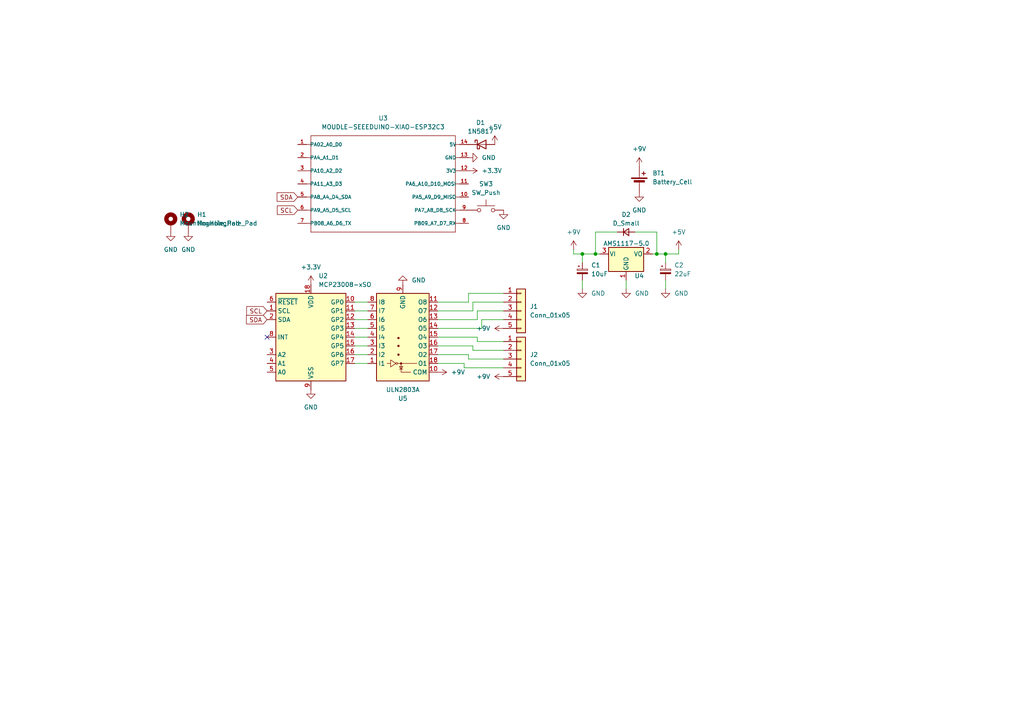
<source format=kicad_sch>
(kicad_sch (version 20231120) (generator "eeschema") (generator_version "8.0")
  (paper "A4")
  (lib_symbols
    (symbol "Connector_Generic:Conn_01x05" (pin_names (offset 1.016) hide)
      (property "Reference" "J" (at 0 7.62 0))
      (property "Value" "Conn_01x05" (at 0 -7.62 0))
      (symbol "Conn_01x05_1_1"
        (rectangle (start -1.27 -4.953) (end 0 -5.207) (stroke (width 0.1524)))
        (rectangle (start -1.27 -2.413) (end 0 -2.667) (stroke (width 0.1524)))
        (rectangle (start -1.27 0.127) (end 0 -0.127) (stroke (width 0.1524)))
        (rectangle (start -1.27 2.667) (end 0 2.413) (stroke (width 0.1524)))
        (rectangle (start -1.27 5.207) (end 0 4.953) (stroke (width 0.1524)))
        (rectangle (start -1.27 6.35) (end 1.27 -6.35) (stroke (width 0.254)) (fill (type background)))
        (pin passive line (at -5.08 5.08 0) (length 3.81) (name "Pin_1") (number "1"))
        (pin passive line (at -5.08 2.54 0) (length 3.81) (name "Pin_2") (number "2"))
        (pin passive line (at -5.08 0 0) (length 3.81) (name "Pin_3") (number "3"))
        (pin passive line (at -5.08 -2.54 0) (length 3.81) (name "Pin_4") (number "4"))
        (pin passive line (at -5.08 -5.08 0) (length 3.81) (name "Pin_5") (number "5"))
      )
    )
    (symbol "Device:Battery_Cell" (pin_numbers hide) (pin_names (offset 0) hide)
      (property "Reference" "BT" (at 2.54 2.54 0))
      (property "Value" "Battery_Cell" (at 2.54 0 0))
      (symbol "Battery_Cell_0_1"
        (rectangle (start -2.286 1.778) (end 2.286 1.524) (fill (type outline)))
        (rectangle (start -1.524 1.016) (end 1.524 0.508) (fill (type outline)))
        (polyline (pts (xy 0 0.762) (xy 0 0)))
        (polyline (pts (xy 0 1.778) (xy 0 2.54)))
        (polyline (pts (xy 0.762 3.048) (xy 1.778 3.048)) (stroke (width 0.254)))
        (polyline (pts (xy 1.27 3.556) (xy 1.27 2.54)) (stroke (width 0.254)))
      )
      (symbol "Battery_Cell_1_1"
        (pin passive line (at 0 5.08 270) (length 2.54) (name "+") (number "1"))
        (pin passive line (at 0 -2.54 90) (length 2.54) (name "-") (number "2"))
      )
    )
    (symbol "Device:C_Polarized_Small" (pin_numbers hide) (pin_names (offset 0.254) hide)
      (property "Reference" "C" (at 0.254 1.778 0))
      (property "Value" "C_Polarized_Small" (at 0.254 -2.032 0))
      (symbol "C_Polarized_Small_0_1"
        (rectangle (start -1.524 -0.3048) (end 1.524 -0.6858) (fill (type outline)))
        (rectangle (start -1.524 0.6858) (end 1.524 0.3048))
        (polyline (pts (xy -1.27 1.524) (xy -0.762 1.524)))
        (polyline (pts (xy -1.016 1.27) (xy -1.016 1.778)))
      )
      (symbol "C_Polarized_Small_1_1"
        (pin passive line (at 0 2.54 270) (length 1.8542) (name "~") (number "1"))
        (pin passive line (at 0 -2.54 90) (length 1.8542) (name "~") (number "2"))
      )
    )
    (symbol "Device:D_Small" (pin_numbers hide) (pin_names (offset 0.254) hide)
      (property "Reference" "D" (at -1.27 2.032 0))
      (property "Value" "D_Small" (at -3.81 -2.032 0))
      (symbol "D_Small_0_1"
        (polyline (pts (xy -0.762 -1.016) (xy -0.762 1.016)) (stroke (width 0.254)))
        (polyline (pts (xy -0.762 0) (xy 0.762 0)))
        (polyline (pts (xy 0.762 -1.016) (xy -0.762 0) (xy 0.762 1.016) (xy 0.762 -1.016)) (stroke (width 0.254)))
      )
      (symbol "D_Small_1_1"
        (pin passive line (at -2.54 0 0) (length 1.778) (name "K") (number "1"))
        (pin passive line (at 2.54 0 180) (length 1.778) (name "A") (number "2"))
      )
    )
    (symbol "Diode:1N5817" (pin_numbers hide) (pin_names (offset 1.016) hide)
      (property "Reference" "D" (at 0 2.54 0))
      (property "Value" "1N5817" (at 0 -2.54 0))
      (symbol "1N5817_0_1"
        (polyline (pts (xy 1.27 0) (xy -1.27 0)))
        (polyline (pts (xy 1.27 1.27) (xy 1.27 -1.27) (xy -1.27 0) (xy 1.27 1.27)) (stroke (width 0.254)))
        (polyline (pts (xy -1.905 0.635) (xy -1.905 1.27) (xy -1.27 1.27) (xy -1.27 -1.27) (xy -0.635 -1.27) (xy -0.635 -0.635)) (stroke (width 0.254)))
      )
      (symbol "1N5817_1_1"
        (pin passive line (at -3.81 0 0) (length 2.54) (name "K") (number "1"))
        (pin passive line (at 3.81 0 180) (length 2.54) (name "A") (number "2"))
      )
    )
    (symbol "Interface_Expansion:MCP23008-xSO"
      (property "Reference" "U" (at -8.89 13.97 0))
      (property "Value" "MCP23008-xSO" (at 8.89 13.97 0))
      (symbol "MCP23008-xSO_0_1"
        (rectangle (start -10.16 12.7) (end 10.16 -12.7) (stroke (width 0.254)) (fill (type background)))
      )
      (symbol "MCP23008-xSO_1_1"
        (pin input line (at -12.7 7.62 0) (length 2.54) (name "SCL") (number "1"))
        (pin bidirectional line (at 12.7 10.16 180) (length 2.54) (name "GP0") (number "10"))
        (pin bidirectional line (at 12.7 7.62 180) (length 2.54) (name "GP1") (number "11"))
        (pin bidirectional line (at 12.7 5.08 180) (length 2.54) (name "GP2") (number "12"))
        (pin bidirectional line (at 12.7 2.54 180) (length 2.54) (name "GP3") (number "13"))
        (pin bidirectional line (at 12.7 0 180) (length 2.54) (name "GP4") (number "14"))
        (pin bidirectional line (at 12.7 -2.54 180) (length 2.54) (name "GP5") (number "15"))
        (pin bidirectional line (at 12.7 -5.08 180) (length 2.54) (name "GP6") (number "16"))
        (pin bidirectional line (at 12.7 -7.62 180) (length 2.54) (name "GP7") (number "17"))
        (pin power_in line (at 0 15.24 270) (length 2.54) (name "VDD") (number "18"))
        (pin bidirectional line (at -12.7 5.08 0) (length 2.54) (name "SDA") (number "2"))
        (pin input line (at -12.7 -5.08 0) (length 2.54) (name "A2") (number "3"))
        (pin input line (at -12.7 -7.62 0) (length 2.54) (name "A1") (number "4"))
        (pin input line (at -12.7 -10.16 0) (length 2.54) (name "A0") (number "5"))
        (pin input line (at -12.7 10.16 0) (length 2.54) (name "~{RESET}") (number "6"))
        (pin no_connect line (at -10.16 -2.54 0) (length 2.54) hide (name "NC") (number "7"))
        (pin output line (at -12.7 0 0) (length 2.54) (name "INT") (number "8"))
        (pin power_in line (at 0 -15.24 90) (length 2.54) (name "VSS") (number "9"))
      )
    )
    (symbol "MOUDLE-SEEEDUINO-XIAO-ESP32C3:MOUDLE-SEEEDUINO-XIAO-ESP32C3" (pin_names (offset 1.016))
      (property "Reference" "U" (at -21.59 15.24 0))
      (property "Value" "MOUDLE-SEEEDUINO-XIAO-ESP32C3" (at -21.59 13.97 0))
      (symbol "MOUDLE-SEEEDUINO-XIAO-ESP32C3_0_0"
        (polyline (pts (xy -21.59 -13.97) (xy -21.59 0)) (stroke (width 0.1524)))
        (polyline (pts (xy -21.59 -11.43) (xy -22.86 -11.43)) (stroke (width 0.1524)))
        (polyline (pts (xy -21.59 -7.62) (xy -22.86 -7.62)) (stroke (width 0.1524)))
        (polyline (pts (xy -21.59 -3.81) (xy -22.86 -3.81)) (stroke (width 0.1524)))
        (polyline (pts (xy -21.59 0) (xy -22.86 0)) (stroke (width 0.1524)))
        (polyline (pts (xy -21.59 0) (xy -21.59 3.81)) (stroke (width 0.1524)))
        (polyline (pts (xy -21.59 3.81) (xy -22.86 3.81)) (stroke (width 0.1524)))
        (polyline (pts (xy -21.59 3.81) (xy -21.59 7.62)) (stroke (width 0.1524)))
        (polyline (pts (xy -21.59 7.62) (xy -22.86 7.62)) (stroke (width 0.1524)))
        (polyline (pts (xy -21.59 7.62) (xy -21.59 11.43)) (stroke (width 0.1524)))
        (polyline (pts (xy -21.59 11.43) (xy -22.86 11.43)) (stroke (width 0.1524)))
        (polyline (pts (xy -21.59 11.43) (xy -21.59 13.97)) (stroke (width 0.1524)))
        (polyline (pts (xy -21.59 13.97) (xy 20.32 13.97)) (stroke (width 0.1524)))
        (polyline (pts (xy 20.32 -13.97) (xy -21.59 -13.97)) (stroke (width 0.1524)))
        (polyline (pts (xy 20.32 3.81) (xy 20.32 -13.97)) (stroke (width 0.1524)))
        (polyline (pts (xy 20.32 7.62) (xy 20.32 3.81)) (stroke (width 0.1524)))
        (polyline (pts (xy 20.32 11.43) (xy 20.32 7.62)) (stroke (width 0.1524)))
        (polyline (pts (xy 20.32 13.97) (xy 20.32 11.43)) (stroke (width 0.1524)))
        (polyline (pts (xy 21.59 -11.43) (xy 20.32 -11.43)) (stroke (width 0.1524)))
        (polyline (pts (xy 21.59 -7.62) (xy 20.32 -7.62)) (stroke (width 0.1524)))
        (polyline (pts (xy 21.59 -3.81) (xy 20.32 -3.81)) (stroke (width 0.1524)))
        (polyline (pts (xy 21.59 0) (xy 20.32 0)) (stroke (width 0.1524)))
        (polyline (pts (xy 21.59 3.81) (xy 20.32 3.81)) (stroke (width 0.1524)))
        (polyline (pts (xy 21.59 7.62) (xy 20.32 7.62)) (stroke (width 0.1524)))
        (polyline (pts (xy 21.59 11.43) (xy 20.32 11.43)) (stroke (width 0.1524)))
        (pin bidirectional line (at -25.4 11.43 0) (length 2.54) (name "PA02_A0_D0") (number "1"))
        (pin bidirectional line (at 24.13 -3.81 180) (length 2.54) (name "PA5_A9_D9_MISO") (number "10"))
        (pin bidirectional line (at 24.13 0 180) (length 2.54) (name "PA6_A10_D10_MOSI") (number "11"))
        (pin bidirectional line (at 24.13 3.81 180) (length 2.54) (name "3V3") (number "12"))
        (pin bidirectional line (at 24.13 7.62 180) (length 2.54) (name "GND") (number "13"))
        (pin bidirectional line (at 24.13 11.43 180) (length 2.54) (name "5V") (number "14"))
        (pin bidirectional line (at -25.4 7.62 0) (length 2.54) (name "PA4_A1_D1") (number "2"))
        (pin bidirectional line (at -25.4 3.81 0) (length 2.54) (name "PA10_A2_D2") (number "3"))
        (pin bidirectional line (at -25.4 0 0) (length 2.54) (name "PA11_A3_D3") (number "4"))
        (pin bidirectional line (at -25.4 -3.81 0) (length 2.54) (name "PA8_A4_D4_SDA") (number "5"))
        (pin bidirectional line (at -25.4 -7.62 0) (length 2.54) (name "PA9_A5_D5_SCL") (number "6"))
        (pin bidirectional line (at -25.4 -11.43 0) (length 2.54) (name "PB08_A6_D6_TX") (number "7"))
        (pin bidirectional line (at 24.13 -11.43 180) (length 2.54) (name "PB09_A7_D7_RX") (number "8"))
        (pin bidirectional line (at 24.13 -7.62 180) (length 2.54) (name "PA7_A8_D8_SCK") (number "9"))
      )
    )
    (symbol "Mechanical:MountingHole_Pad" (pin_numbers hide) (pin_names (offset 1.016) hide) (exclude_from_sim yes) (in_bom no)
      (property "Reference" "H" (at 0 6.35 0))
      (property "Value" "MountingHole_Pad" (at 0 4.445 0))
      (symbol "MountingHole_Pad_0_1"
        (circle (center 0 1.27) (radius 1.27) (stroke (width 1.27)))
      )
      (symbol "MountingHole_Pad_1_1"
        (pin input line (at 0 -2.54 90) (length 2.54) (name "1") (number "1"))
      )
    )
    (symbol "Regulator_Linear:AMS1117-3.3" (pin_names (offset 0.254))
      (property "Reference" "U" (at -3.81 3.175 0))
      (property "Value" "AMS1117-3.3" (at 0 3.175 0))
      (symbol "AMS1117-3.3_0_1"
        (rectangle (start -5.08 -5.08) (end 5.08 1.905) (stroke (width 0.254)) (fill (type background)))
      )
      (symbol "AMS1117-3.3_1_1"
        (pin power_in line (at 0 -7.62 90) (length 2.54) (name "GND") (number "1"))
        (pin power_out line (at 7.62 0 180) (length 2.54) (name "VO") (number "2"))
        (pin power_in line (at -7.62 0 0) (length 2.54) (name "VI") (number "3"))
      )
    )
    (symbol "Switch:SW_Push" (pin_numbers hide) (pin_names (offset 1.016) hide)
      (property "Reference" "SW" (at 1.27 2.54 0))
      (property "Value" "SW_Push" (at 0 -1.524 0))
      (symbol "SW_Push_0_1"
        (circle (center -2.032 0) (radius 0.508))
        (polyline (pts (xy 0 1.27) (xy 0 3.048)))
        (polyline (pts (xy 2.54 1.27) (xy -2.54 1.27)))
        (circle (center 2.032 0) (radius 0.508))
        (pin passive line (at -5.08 0 0) (length 2.54) (name "1") (number "1"))
        (pin passive line (at 5.08 0 180) (length 2.54) (name "2") (number "2"))
      )
    )
    (symbol "Transistor_Array:ULN2803A"
      (property "Reference" "U" (at 0 13.335 0))
      (property "Value" "ULN2803A" (at 0 11.43 0))
      (symbol "ULN2803A_0_1"
        (rectangle (start -7.62 -15.24) (end 7.62 10.16) (stroke (width 0.254)) (fill (type background)))
        (circle (center -1.778 5.08) (radius 0.254))
        (circle (center -1.27 -2.286) (radius 0.254) (fill (type outline)))
        (circle (center -1.27 0) (radius 0.254) (fill (type outline)))
        (circle (center -1.27 2.54) (radius 0.254) (fill (type outline)))
        (circle (center -0.508 5.08) (radius 0.254) (fill (type outline)))
        (polyline (pts (xy -4.572 5.08) (xy -3.556 5.08)))
        (polyline (pts (xy -1.524 5.08) (xy 4.064 5.08)))
        (polyline (pts (xy 0 6.731) (xy -1.016 6.731)))
        (polyline (pts (xy -0.508 5.08) (xy -0.508 7.62) (xy 2.286 7.62)))
        (polyline (pts (xy -3.556 6.096) (xy -3.556 4.064) (xy -2.032 5.08) (xy -3.556 6.096)))
        (polyline (pts (xy 0 5.969) (xy -1.016 5.969) (xy -0.508 6.731) (xy 0 5.969)))
      )
      (symbol "ULN2803A_1_1"
        (pin input line (at -10.16 5.08 0) (length 2.54) (name "I1") (number "1"))
        (pin passive line (at 10.16 7.62 180) (length 2.54) (name "COM") (number "10"))
        (pin open_collector line (at 10.16 -12.7 180) (length 2.54) (name "O8") (number "11"))
        (pin open_collector line (at 10.16 -10.16 180) (length 2.54) (name "O7") (number "12"))
        (pin open_collector line (at 10.16 -7.62 180) (length 2.54) (name "O6") (number "13"))
        (pin open_collector line (at 10.16 -5.08 180) (length 2.54) (name "O5") (number "14"))
        (pin open_collector line (at 10.16 -2.54 180) (length 2.54) (name "O4") (number "15"))
        (pin open_collector line (at 10.16 0 180) (length 2.54) (name "O3") (number "16"))
        (pin open_collector line (at 10.16 2.54 180) (length 2.54) (name "O2") (number "17"))
        (pin open_collector line (at 10.16 5.08 180) (length 2.54) (name "O1") (number "18"))
        (pin input line (at -10.16 2.54 0) (length 2.54) (name "I2") (number "2"))
        (pin input line (at -10.16 0 0) (length 2.54) (name "I3") (number "3"))
        (pin input line (at -10.16 -2.54 0) (length 2.54) (name "I4") (number "4"))
        (pin input line (at -10.16 -5.08 0) (length 2.54) (name "I5") (number "5"))
        (pin input line (at -10.16 -7.62 0) (length 2.54) (name "I6") (number "6"))
        (pin input line (at -10.16 -10.16 0) (length 2.54) (name "I7") (number "7"))
        (pin input line (at -10.16 -12.7 0) (length 2.54) (name "I8") (number "8"))
        (pin power_in line (at 0 -17.78 90) (length 2.54) (name "GND") (number "9"))
      )
    )
    (symbol "power:+3.3V" (power) (pin_numbers hide) (pin_names (offset 0) hide)
      (property "Value" "+3.3V" (at 0 3.556 0))
      (symbol "+3.3V_0_1"
        (polyline (pts (xy -0.762 1.27) (xy 0 2.54)))
        (polyline (pts (xy 0 0) (xy 0 2.54)))
        (polyline (pts (xy 0 2.54) (xy 0.762 1.27)))
      )
      (symbol "+3.3V_1_1"
        (pin power_in line (at 0 0 90) (length 0) (name "~") (number "1"))
      )
    )
    (symbol "power:+5V" (power) (pin_numbers hide) (pin_names (offset 0) hide)
      (property "Value" "+5V" (at 0 3.556 0))
      (symbol "+5V_0_1"
        (polyline (pts (xy -0.762 1.27) (xy 0 2.54)))
        (polyline (pts (xy 0 0) (xy 0 2.54)))
        (polyline (pts (xy 0 2.54) (xy 0.762 1.27)))
      )
      (symbol "+5V_1_1"
        (pin power_in line (at 0 0 90) (length 0) (name "~") (number "1"))
      )
    )
    (symbol "power:+9V" (power) (pin_numbers hide) (pin_names (offset 0) hide)
      (property "Value" "+9V" (at 0 3.556 0))
      (symbol "+9V_0_1"
        (polyline (pts (xy -0.762 1.27) (xy 0 2.54)))
        (polyline (pts (xy 0 0) (xy 0 2.54)))
        (polyline (pts (xy 0 2.54) (xy 0.762 1.27)))
      )
      (symbol "+9V_1_1"
        (pin power_in line (at 0 0 90) (length 0) (name "~") (number "1"))
      )
    )
    (symbol "power:GND" (power) (pin_numbers hide) (pin_names (offset 0) hide)
      (property "Value" "GND" (at 0 -3.81 0))
      (symbol "GND_0_1"
        (polyline (pts (xy 0 0) (xy 0 -1.27) (xy 1.27 -1.27) (xy 0 -2.54) (xy -1.27 -1.27) (xy 0 -1.27)))
      )
      (symbol "GND_1_1"
        (pin power_in line (at 0 0 270) (length 0) (name "~") (number "1"))
      )
    )
  )
  (junction (at 168.91 73.66))
  (junction (at 190.5 73.66))
  (junction (at 172.72 73.66))
  (junction (at 193.04 73.66))
  (no_connect (at 77.47 97.79))
  (wire (pts (xy 135.89 104.14) (xy 135.89 102.87)))
  (wire (pts (xy 135.89 85.09) (xy 146.05 85.09)))
  (wire (pts (xy 137.16 87.63) (xy 146.05 87.63)))
  (wire (pts (xy 134.62 105.41) (xy 127 105.41)))
  (wire (pts (xy 146.05 101.6) (xy 137.16 101.6)))
  (wire (pts (xy 146.05 99.06) (xy 138.43 99.06)))
  (wire (pts (xy 102.87 87.63) (xy 106.68 87.63)))
  (wire (pts (xy 146.05 106.68) (xy 134.62 106.68)))
  (wire (pts (xy 135.89 85.09) (xy 135.89 87.63)))
  (wire (pts (xy 102.87 90.17) (xy 106.68 90.17)))
  (wire (pts (xy 193.04 73.66) (xy 196.85 73.66)))
  (wire (pts (xy 166.37 73.66) (xy 168.91 73.66)))
  (wire (pts (xy 193.04 81.28) (xy 193.04 83.82)))
  (wire (pts (xy 102.87 100.33) (xy 106.68 100.33)))
  (wire (pts (xy 138.43 90.17) (xy 146.05 90.17)))
  (wire (pts (xy 179.07 67.31) (xy 172.72 67.31)))
  (wire (pts (xy 181.61 81.28) (xy 181.61 83.82)))
  (wire (pts (xy 139.7 92.71) (xy 146.05 92.71)))
  (wire (pts (xy 172.72 73.66) (xy 173.99 73.66)))
  (wire (pts (xy 196.85 73.66) (xy 196.85 72.39)))
  (wire (pts (xy 137.16 100.33) (xy 127 100.33)))
  (wire (pts (xy 190.5 73.66) (xy 193.04 73.66)))
  (wire (pts (xy 102.87 97.79) (xy 106.68 97.79)))
  (wire (pts (xy 168.91 73.66) (xy 168.91 76.2)))
  (wire (pts (xy 138.43 99.06) (xy 138.43 97.79)))
  (wire (pts (xy 102.87 102.87) (xy 106.68 102.87)))
  (wire (pts (xy 102.87 105.41) (xy 106.68 105.41)))
  (wire (pts (xy 135.89 87.63) (xy 127 87.63)))
  (wire (pts (xy 168.91 81.28) (xy 168.91 83.82)))
  (wire (pts (xy 172.72 67.31) (xy 172.72 73.66)))
  (wire (pts (xy 138.43 92.71) (xy 127 92.71)))
  (wire (pts (xy 134.62 106.68) (xy 134.62 105.41)))
  (wire (pts (xy 139.7 92.71) (xy 139.7 95.25)))
  (wire (pts (xy 184.15 67.31) (xy 190.5 67.31)))
  (wire (pts (xy 193.04 76.2) (xy 193.04 73.66)))
  (wire (pts (xy 138.43 90.17) (xy 138.43 92.71)))
  (wire (pts (xy 166.37 72.39) (xy 166.37 73.66)))
  (wire (pts (xy 135.89 102.87) (xy 127 102.87)))
  (wire (pts (xy 139.7 95.25) (xy 127 95.25)))
  (wire (pts (xy 168.91 73.66) (xy 172.72 73.66)))
  (wire (pts (xy 189.23 73.66) (xy 190.5 73.66)))
  (wire (pts (xy 137.16 90.17) (xy 127 90.17)))
  (wire (pts (xy 102.87 95.25) (xy 106.68 95.25)))
  (wire (pts (xy 102.87 92.71) (xy 106.68 92.71)))
  (wire (pts (xy 137.16 101.6) (xy 137.16 100.33)))
  (wire (pts (xy 138.43 97.79) (xy 127 97.79)))
  (wire (pts (xy 146.05 104.14) (xy 135.89 104.14)))
  (wire (pts (xy 190.5 67.31) (xy 190.5 73.66)))
  (wire (pts (xy 137.16 87.63) (xy 137.16 90.17)))
  (global_label "SCL" (shape input) (at 77.47 90.17 180) (property "Intersheetrefs" "${INTERSHEET_REFS}" (effects (hide yes))))
  (global_label "SDA" (shape input) (at 86.36 57.15 180) (property "Intersheetrefs" "${INTERSHEET_REFS}" (effects (hide yes))))
  (global_label "SDA" (shape input) (at 77.47 92.71 180) (property "Intersheetrefs" "${INTERSHEET_REFS}" (effects (hide yes))))
  (global_label "SCL" (shape input) (at 86.36 60.96 180) (property "Intersheetrefs" "${INTERSHEET_REFS}" (effects (hide yes))))
  (symbol (lib_id "power:GND") (at 135.89 45.72 90) (unit 1)
    (property "Reference" "#PWR017" (effects (hide yes)))
    (property "Value" "GND" (at 139.7 45.7199 90) (effects (justify right)))
    (property "Description" "Power symbol creates a global label with name \"GND\" , ground" (effects (hide yes)))
  )
  (symbol (lib_id "Connector_Generic:Conn_01x05") (at 151.13 90.17 0) (unit 1)
    (property "Reference" "J1" (at 153.67 88.8999 0) (effects (justify left)))
    (property "Value" "Conn_01x05" (at 153.67 91.4399 0) (effects (justify left)))
    (property "Footprint" "Connector_JST:JST_XH_B5B-XH-A_1x05_P2.50mm_Vertical" (effects (hide yes)))
    (property "Description" "Generic connector, single row, 01x05, script generated (kicad-library-utils/schlib/autogen/connector/)" (effects (hide yes)))
  )
  (symbol (lib_id "power:GND") (at 49.53 67.31 0) (unit 1)
    (property "Reference" "#PWR010" (effects (hide yes)))
    (property "Value" "GND" (at 49.53 72.39 0))
    (property "Description" "Power symbol creates a global label with name \"GND\" , ground" (effects (hide yes)))
  )
  (symbol (lib_id "Diode:1N5817") (at 139.7 41.91 0) (unit 1)
    (property "Reference" "D1" (at 139.3825 35.56 0))
    (property "Value" "1N5817" (at 139.3825 38.1 0))
    (property "Footprint" "Diode_THT:D_DO-41_SOD81_P7.62mm_Horizontal" (effects (hide yes)))
    (property "Datasheet" "http://www.vishay.com/docs/88525/1n5817.pdf" (effects (hide yes)))
    (property "Description" "20V 1A Schottky Barrier Rectifier Diode, DO-41" (effects (hide yes)))
  )
  (symbol (lib_id "power:+9V") (at 146.05 95.25 90) (unit 1)
    (property "Reference" "#PWR06" (effects (hide yes)))
    (property "Value" "+9V" (at 142.24 95.2499 90) (effects (justify left)))
    (property "Description" "Power symbol creates a global label with name \"+9V\"" (effects (hide yes)))
  )
  (symbol (lib_id "power:GND") (at 193.04 83.82 0) (unit 1)
    (property "Reference" "#PWR014" (effects (hide yes)))
    (property "Value" "GND" (at 195.58 85.0899 0) (effects (justify left)))
  )
  (symbol (lib_id "power:+9V") (at 185.42 48.26 0) (unit 1)
    (property "Reference" "#PWR07" (effects (hide yes)))
    (property "Value" "+9V" (at 185.42 43.18 0))
    (property "Description" "Power symbol creates a global label with name \"+9V\"" (effects (hide yes)))
  )
  (symbol (lib_id "Mechanical:MountingHole_Pad") (at 49.53 64.77 0) (unit 1) (exclude_from_sim yes) (in_bom no)
    (property "Reference" "H2" (at 52.07 62.2299 0) (effects (justify left)))
    (property "Value" "MountingHole_Pad" (at 52.07 64.7699 0) (effects (justify left)))
    (property "Footprint" "MountingHole:MountingHole_3.2mm_M3_Pad_Via" (effects (hide yes)))
    (property "Description" "Mounting Hole with connection" (effects (hide yes)))
  )
  (symbol (lib_id "power:+3.3V") (at 135.89 49.53 270) (unit 1)
    (property "Reference" "#PWR018" (effects (hide yes)))
    (property "Value" "+3.3V" (at 139.7 49.5299 90) (effects (justify left)))
    (property "Description" "Power symbol creates a global label with name \"+3.3V\"" (effects (hide yes)))
  )
  (symbol (lib_id "Device:C_Polarized_Small") (at 168.91 78.74 0) (unit 1)
    (property "Reference" "C1" (at 171.45 76.9238 0) (effects (justify left)))
    (property "Value" "10uF" (at 171.45 79.4638 0) (effects (justify left)))
    (property "Footprint" "Capacitor_SMD:CP_Elec_5x5.4" (effects (hide yes)))
  )
  (symbol (lib_id "power:GND") (at 181.61 83.82 0) (unit 1)
    (property "Reference" "#PWR013" (effects (hide yes)))
    (property "Value" "GND" (at 184.15 85.0899 0) (effects (justify left)))
  )
  (symbol (lib_id "power:GND") (at 54.61 67.31 0) (unit 1)
    (property "Reference" "#PWR09" (effects (hide yes)))
    (property "Value" "GND" (at 54.61 72.39 0))
    (property "Description" "Power symbol creates a global label with name \"GND\" , ground" (effects (hide yes)))
  )
  (symbol (lib_id "power:GND") (at 90.17 113.03 0) (unit 1)
    (property "Reference" "#PWR04" (effects (hide yes)))
    (property "Value" "GND" (at 90.17 118.11 0))
    (property "Description" "Power symbol creates a global label with name \"GND\" , ground" (effects (hide yes)))
  )
  (symbol (lib_id "Interface_Expansion:MCP23008-xSO") (at 90.17 97.79 0) (unit 1)
    (property "Reference" "U2" (at 92.3641 80.01 0) (effects (justify left)))
    (property "Value" "MCP23008-xSO" (at 92.3641 82.55 0) (effects (justify left)))
    (property "Footprint" "Package_SO:SOIC-18W_7.5x11.6mm_P1.27mm" (effects (hide yes)))
    (property "Datasheet" "http://ww1.microchip.com/downloads/en/DeviceDoc/MCP23008-MCP23S08-Data-Sheet-20001919F.pdf" (effects (hide yes)))
    (property "Description" "8-bit I/O expander, I2C, interrupts, SOIC-18" (effects (hide yes)))
  )
  (symbol (lib_id "power:+9V") (at 127 107.95 270) (unit 1)
    (property "Reference" "#PWR02" (effects (hide yes)))
    (property "Value" "+9V" (at 130.81 107.9499 90) (effects (justify left)))
    (property "Description" "Power symbol creates a global label with name \"+9V\"" (effects (hide yes)))
  )
  (symbol (lib_id "power:+5V") (at 196.85 72.39 0) (unit 1)
    (property "Reference" "#PWR016" (effects (hide yes)))
    (property "Value" "+5V" (at 196.85 67.31 0))
    (property "Description" "Power symbol creates a global label with name \"+5V\"" (effects (hide yes)))
  )
  (symbol (lib_id "power:+9V") (at 166.37 72.39 0) (unit 1)
    (property "Reference" "#PWR011" (effects (hide yes)))
    (property "Value" "+9V" (at 166.37 67.31 0))
    (property "Description" "Power symbol creates a global label with name \"+9V\"" (effects (hide yes)))
  )
  (symbol (lib_id "power:GND") (at 185.42 55.88 0) (unit 1)
    (property "Reference" "#PWR08" (effects (hide yes)))
    (property "Value" "GND" (at 185.42 60.96 0))
    (property "Description" "Power symbol creates a global label with name \"GND\" , ground" (effects (hide yes)))
  )
  (symbol (lib_id "power:GND") (at 146.05 60.96 0) (unit 1)
    (property "Reference" "#PWR019" (effects (hide yes)))
    (property "Value" "GND" (at 146.05 66.04 0))
    (property "Description" "Power symbol creates a global label with name \"GND\" , ground" (effects (hide yes)))
  )
  (symbol (lib_id "Device:D_Small") (at 181.61 67.31 0) (unit 1)
    (property "Reference" "D2" (at 181.61 62.23 0))
    (property "Value" "D_Small" (at 181.61 64.77 0))
    (property "Footprint" "Diode_SMD:D_SMA_Handsoldering" (effects (hide yes)))
  )
  (symbol (lib_id "MOUDLE-SEEEDUINO-XIAO-ESP32C3:MOUDLE-SEEEDUINO-XIAO-ESP32C3") (at 111.76 53.34 0) (unit 1)
    (property "Reference" "U3" (at 111.125 34.29 0))
    (property "Value" "MOUDLE-SEEEDUINO-XIAO-ESP32C3" (at 111.125 36.83 0))
    (property "Footprint" "xiao ESP32C3_PCB:MOUDLE14P-SMD-2.54-21X17.8MM" (effects (hide yes)))
  )
  (symbol (lib_id "power:GND") (at 116.84 82.55 180) (unit 1)
    (property "Reference" "#PWR03" (effects (hide yes)))
    (property "Value" "GND" (at 119.38 81.2799 0) (effects (justify right)))
    (property "Description" "Power symbol creates a global label with name \"GND\" , ground" (effects (hide yes)))
  )
  (symbol (lib_id "Device:C_Polarized_Small") (at 193.04 78.74 0) (unit 1)
    (property "Reference" "C2" (at 195.58 76.9238 0) (effects (justify left)))
    (property "Value" "22uF" (at 195.58 79.4638 0) (effects (justify left)))
    (property "Footprint" "Capacitor_Tantalum_SMD:CP_EIA-3528-12_Kemet-T_Pad1.50x2.35mm_HandSolder" (effects (hide yes)))
  )
  (symbol (lib_id "Transistor_Array:ULN2803A") (at 116.84 100.33 0) (mirror x) (unit 1)
    (property "Reference" "U5" (at 116.84 115.57 0))
    (property "Value" "ULN2803A" (at 116.84 113.03 0))
    (property "Footprint" "Package_SO:SOIC-18W_7.5x11.6mm_P1.27mm" (effects (hide yes)))
    (property "Datasheet" "http://www.ti.com/lit/ds/symlink/uln2803a.pdf" (effects (hide yes)))
    (property "Description" "Darlington Transistor Arrays, SOIC18/DIP18" (effects (hide yes)))
  )
  (symbol (lib_id "Device:Battery_Cell") (at 185.42 53.34 0) (unit 1)
    (property "Reference" "BT1" (at 189.23 50.2284 0) (effects (justify left)))
    (property "Value" "Battery_Cell" (at 189.23 52.7684 0) (effects (justify left)))
    (property "Footprint" "Battery:BatteryHolder_Eagle_12BH611-GR" (effects (hide yes)))
    (property "Description" "Single-cell battery" (effects (hide yes)))
  )
  (symbol (lib_id "power:+5V") (at 143.51 41.91 0) (unit 1)
    (property "Reference" "#PWR015" (effects (hide yes)))
    (property "Value" "+5V" (at 143.51 36.83 0))
    (property "Description" "Power symbol creates a global label with name \"+5V\"" (effects (hide yes)))
  )
  (symbol (lib_id "power:+3.3V") (at 90.17 82.55 0) (unit 1)
    (property "Reference" "#PWR01" (effects (hide yes)))
    (property "Value" "+3.3V" (at 90.17 77.47 0))
    (property "Description" "Power symbol creates a global label with name \"+3.3V\"" (effects (hide yes)))
  )
  (symbol (lib_id "Mechanical:MountingHole_Pad") (at 54.61 64.77 0) (unit 1) (exclude_from_sim yes) (in_bom no)
    (property "Reference" "H1" (at 57.15 62.2299 0) (effects (justify left)))
    (property "Value" "MountingHole_Pad" (at 57.15 64.7699 0) (effects (justify left)))
    (property "Footprint" "MountingHole:MountingHole_3.2mm_M3_Pad_Via" (effects (hide yes)))
    (property "Description" "Mounting Hole with connection" (effects (hide yes)))
  )
  (symbol (lib_id "power:+9V") (at 146.05 109.22 90) (unit 1)
    (property "Reference" "#PWR05" (effects (hide yes)))
    (property "Value" "+9V" (at 142.24 109.2199 90) (effects (justify left)))
    (property "Description" "Power symbol creates a global label with name \"+9V\"" (effects (hide yes)))
  )
  (symbol (lib_id "power:GND") (at 168.91 83.82 0) (unit 1)
    (property "Reference" "#PWR012" (effects (hide yes)))
    (property "Value" "GND" (at 171.45 85.0899 0) (effects (justify left)))
  )
  (symbol (lib_id "Connector_Generic:Conn_01x05") (at 151.13 104.14 0) (unit 1)
    (property "Reference" "J2" (at 153.67 102.8699 0) (effects (justify left)))
    (property "Value" "Conn_01x05" (at 153.67 105.4099 0) (effects (justify left)))
    (property "Footprint" "Connector_JST:JST_XH_B5B-XH-A_1x05_P2.50mm_Vertical" (effects (hide yes)))
    (property "Description" "Generic connector, single row, 01x05, script generated (kicad-library-utils/schlib/autogen/connector/)" (effects (hide yes)))
  )
  (symbol (lib_id "Switch:SW_Push") (at 140.97 60.96 0) (unit 1)
    (property "Reference" "SW3" (at 140.97 53.34 0))
    (property "Value" "SW_Push" (at 140.97 55.88 0))
    (property "Footprint" "Button_Switch_THT:SW_XKB_DM1-16UP-1" (effects (hide yes)))
    (property "Description" "Push button switch, generic, two pins" (effects (hide yes)))
  )
  (symbol (lib_id "Regulator_Linear:AMS1117-3.3") (at 181.61 73.66 0) (unit 1)
    (property "Reference" "U4" (at 185.42 80.01 0))
    (property "Value" "AMS1117-5.0" (at 181.6749 70.6215 0))
    (property "Footprint" "Package_TO_SOT_SMD:SOT-223-3_TabPin2" (effects (hide yes)))
    (property "Datasheet" "http://www.advanced-monolithic.com/pdf/ds1117.pdf" (effects (hide yes)))
  )
)
</source>
